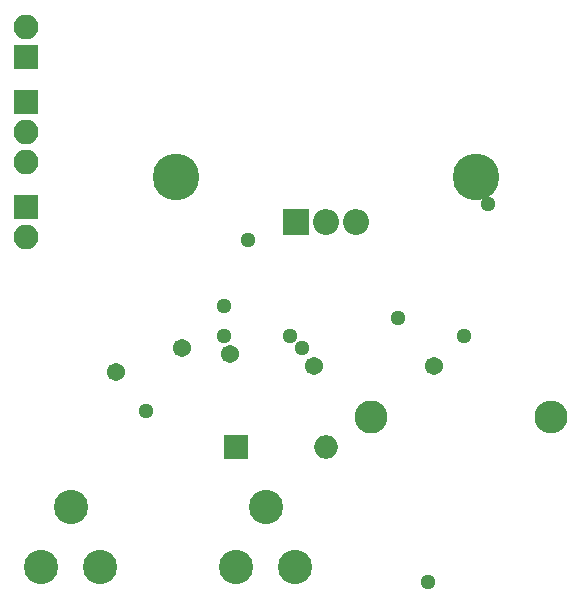
<source format=gbs>
G04 #@! TF.FileFunction,Soldermask,Bot*
%FSLAX46Y46*%
G04 Gerber Fmt 4.6, Leading zero omitted, Abs format (unit mm)*
G04 Created by KiCad (PCBNEW 4.0.5) date Wed Mar  1 21:50:55 2017*
%MOMM*%
%LPD*%
G01*
G04 APERTURE LIST*
%ADD10C,0.150000*%
%ADD11R,2.000000X2.000000*%
%ADD12O,2.000000X2.000000*%
%ADD13R,2.100000X2.100000*%
%ADD14O,2.100000X2.100000*%
%ADD15R,2.200000X2.200000*%
%ADD16O,2.200000X2.200000*%
%ADD17C,2.800000*%
%ADD18O,2.800000X2.800000*%
%ADD19C,2.900000*%
%ADD20C,3.956000*%
%ADD21C,1.289000*%
%ADD22C,1.543000*%
G04 APERTURE END LIST*
D10*
D11*
X129540000Y-82550000D03*
D12*
X137160000Y-82550000D03*
D13*
X111760000Y-49530000D03*
D14*
X111760000Y-46990000D03*
D13*
X111760000Y-53340000D03*
D14*
X111760000Y-55880000D03*
X111760000Y-58420000D03*
D13*
X111760000Y-62230000D03*
D14*
X111760000Y-64770000D03*
D15*
X134620000Y-63500000D03*
D16*
X137160000Y-63500000D03*
X139700000Y-63500000D03*
D17*
X140970000Y-80010000D03*
D18*
X156210000Y-80010000D03*
D19*
X132040000Y-87670000D03*
X134540000Y-92710000D03*
X129540000Y-92710000D03*
X115530000Y-87670000D03*
X118030000Y-92710000D03*
X113030000Y-92710000D03*
D20*
X149860000Y-59690000D03*
X124460000Y-59690000D03*
D21*
X121920000Y-79502000D03*
X150876000Y-61976000D03*
X130556000Y-65024000D03*
X134112000Y-73152000D03*
X148844000Y-73152000D03*
X135128000Y-74168000D03*
X128524000Y-73152000D03*
X145796000Y-93980000D03*
X143256000Y-71628000D03*
X128524000Y-70612000D03*
D22*
X146304000Y-75692000D03*
X136144000Y-75692000D03*
X129032000Y-74676000D03*
X124968000Y-74168000D03*
X119380000Y-76200000D03*
M02*

</source>
